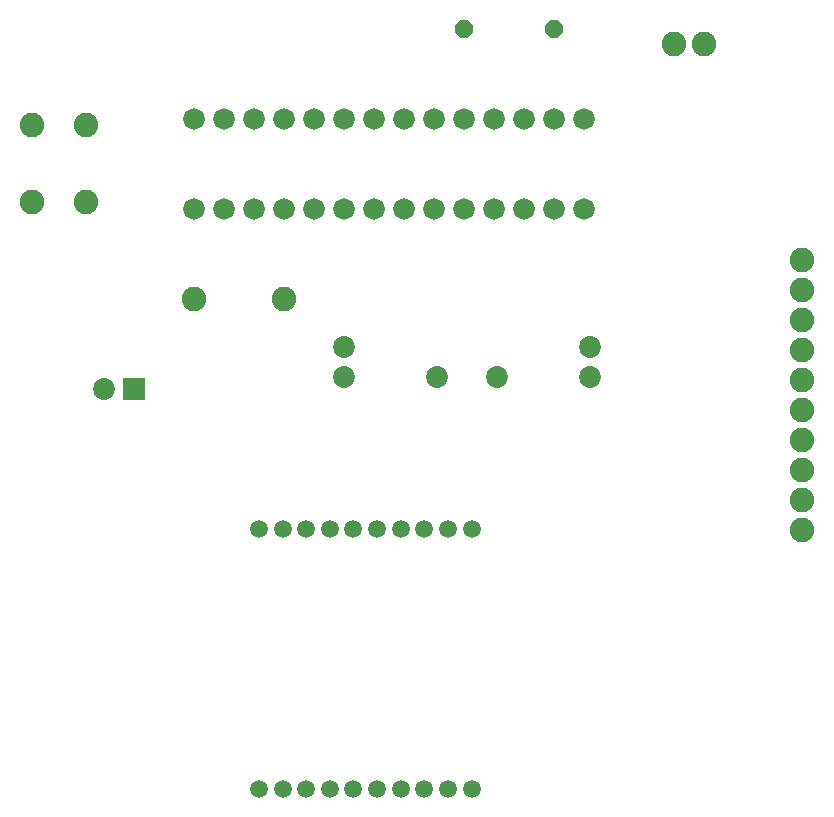
<source format=gbr>
G04 EAGLE Gerber RS-274X export*
G75*
%MOMM*%
%FSLAX34Y34*%
%LPD*%
%INSoldermask Top*%
%IPPOS*%
%AMOC8*
5,1,8,0,0,1.08239X$1,22.5*%
G01*
%ADD10C,1.854200*%
%ADD11R,1.854200X1.854200*%
%ADD12C,2.082800*%
%ADD13P,1.649562X8X22.500000*%
%ADD14C,1.828800*%
%ADD15C,1.511200*%


D10*
X431800Y479900D03*
X431800Y505300D03*
X640400Y479900D03*
X640400Y505300D03*
D11*
X253800Y469900D03*
D10*
X228800Y469900D03*
D12*
X711200Y762000D03*
X736600Y762000D03*
X304800Y546100D03*
X381000Y546100D03*
D13*
X533400Y774700D03*
X609600Y774700D03*
D12*
X167894Y627888D03*
X167894Y692912D03*
X213106Y627888D03*
X213106Y692912D03*
D14*
X304800Y622300D03*
X330200Y622300D03*
X355600Y622300D03*
X381000Y622300D03*
X406400Y622300D03*
X431800Y622300D03*
X457200Y622300D03*
X482600Y622300D03*
X508000Y622300D03*
X533400Y622300D03*
X558800Y622300D03*
X584200Y622300D03*
X609600Y622300D03*
X635000Y622300D03*
X635000Y698500D03*
X609600Y698500D03*
X584200Y698500D03*
X558800Y698500D03*
X533400Y698500D03*
X508000Y698500D03*
X482600Y698500D03*
X457200Y698500D03*
X431800Y698500D03*
X406400Y698500D03*
X381000Y698500D03*
X355600Y698500D03*
X330200Y698500D03*
X304800Y698500D03*
D15*
X359900Y131300D03*
X379900Y131300D03*
X399900Y131300D03*
X419900Y131300D03*
X439900Y131300D03*
X459900Y131300D03*
X479900Y131300D03*
X499900Y131300D03*
X519900Y131300D03*
X539900Y131300D03*
X539900Y351300D03*
X519900Y351300D03*
X499900Y351300D03*
X479900Y351300D03*
X459900Y351300D03*
X439900Y351300D03*
X419900Y351300D03*
X399900Y351300D03*
X379900Y351300D03*
X359900Y351300D03*
D10*
X510700Y479900D03*
X561500Y479900D03*
D12*
X820000Y350000D03*
X820000Y375400D03*
X820000Y400800D03*
X820000Y426200D03*
X820000Y451600D03*
X820000Y477000D03*
X820000Y502400D03*
X820000Y527800D03*
X820000Y553200D03*
X820000Y578600D03*
M02*

</source>
